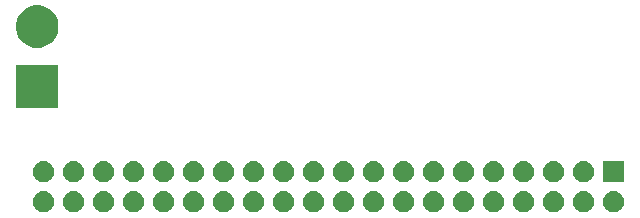
<source format=gbr>
G04 #@! TF.GenerationSoftware,KiCad,Pcbnew,(5.0.1-3-g963ef8bb5)*
G04 #@! TF.CreationDate,2018-11-19T18:06:17+01:00*
G04 #@! TF.ProjectId,wmbus_pihat,776D6275735F70696861742E6B696361,0.1*
G04 #@! TF.SameCoordinates,Original*
G04 #@! TF.FileFunction,Soldermask,Bot*
G04 #@! TF.FilePolarity,Negative*
%FSLAX46Y46*%
G04 Gerber Fmt 4.6, Leading zero omitted, Abs format (unit mm)*
G04 Created by KiCad (PCBNEW (5.0.1-3-g963ef8bb5)) date Monday 19 November 2018 at 18:06:17*
%MOMM*%
%LPD*%
G01*
G04 APERTURE LIST*
%ADD10C,0.100000*%
G04 APERTURE END LIST*
D10*
G36*
X71310443Y-52445519D02*
X71376627Y-52452037D01*
X71489853Y-52486384D01*
X71546467Y-52503557D01*
X71685087Y-52577652D01*
X71702991Y-52587222D01*
X71738729Y-52616552D01*
X71840186Y-52699814D01*
X71923448Y-52801271D01*
X71952778Y-52837009D01*
X71952779Y-52837011D01*
X72036443Y-52993533D01*
X72036443Y-52993534D01*
X72087963Y-53163373D01*
X72105359Y-53340000D01*
X72087963Y-53516627D01*
X72053616Y-53629853D01*
X72036443Y-53686467D01*
X71962348Y-53825087D01*
X71952778Y-53842991D01*
X71923448Y-53878729D01*
X71840186Y-53980186D01*
X71738729Y-54063448D01*
X71702991Y-54092778D01*
X71702989Y-54092779D01*
X71546467Y-54176443D01*
X71489853Y-54193616D01*
X71376627Y-54227963D01*
X71310442Y-54234482D01*
X71244260Y-54241000D01*
X71155740Y-54241000D01*
X71089558Y-54234482D01*
X71023373Y-54227963D01*
X70910147Y-54193616D01*
X70853533Y-54176443D01*
X70697011Y-54092779D01*
X70697009Y-54092778D01*
X70661271Y-54063448D01*
X70559814Y-53980186D01*
X70476552Y-53878729D01*
X70447222Y-53842991D01*
X70437652Y-53825087D01*
X70363557Y-53686467D01*
X70346384Y-53629853D01*
X70312037Y-53516627D01*
X70294641Y-53340000D01*
X70312037Y-53163373D01*
X70363557Y-52993534D01*
X70363557Y-52993533D01*
X70447221Y-52837011D01*
X70447222Y-52837009D01*
X70476552Y-52801271D01*
X70559814Y-52699814D01*
X70661271Y-52616552D01*
X70697009Y-52587222D01*
X70714913Y-52577652D01*
X70853533Y-52503557D01*
X70910147Y-52486384D01*
X71023373Y-52452037D01*
X71089558Y-52445518D01*
X71155740Y-52439000D01*
X71244260Y-52439000D01*
X71310443Y-52445519D01*
X71310443Y-52445519D01*
G37*
G36*
X68770443Y-52445519D02*
X68836627Y-52452037D01*
X68949853Y-52486384D01*
X69006467Y-52503557D01*
X69145087Y-52577652D01*
X69162991Y-52587222D01*
X69198729Y-52616552D01*
X69300186Y-52699814D01*
X69383448Y-52801271D01*
X69412778Y-52837009D01*
X69412779Y-52837011D01*
X69496443Y-52993533D01*
X69496443Y-52993534D01*
X69547963Y-53163373D01*
X69565359Y-53340000D01*
X69547963Y-53516627D01*
X69513616Y-53629853D01*
X69496443Y-53686467D01*
X69422348Y-53825087D01*
X69412778Y-53842991D01*
X69383448Y-53878729D01*
X69300186Y-53980186D01*
X69198729Y-54063448D01*
X69162991Y-54092778D01*
X69162989Y-54092779D01*
X69006467Y-54176443D01*
X68949853Y-54193616D01*
X68836627Y-54227963D01*
X68770442Y-54234482D01*
X68704260Y-54241000D01*
X68615740Y-54241000D01*
X68549558Y-54234482D01*
X68483373Y-54227963D01*
X68370147Y-54193616D01*
X68313533Y-54176443D01*
X68157011Y-54092779D01*
X68157009Y-54092778D01*
X68121271Y-54063448D01*
X68019814Y-53980186D01*
X67936552Y-53878729D01*
X67907222Y-53842991D01*
X67897652Y-53825087D01*
X67823557Y-53686467D01*
X67806384Y-53629853D01*
X67772037Y-53516627D01*
X67754641Y-53340000D01*
X67772037Y-53163373D01*
X67823557Y-52993534D01*
X67823557Y-52993533D01*
X67907221Y-52837011D01*
X67907222Y-52837009D01*
X67936552Y-52801271D01*
X68019814Y-52699814D01*
X68121271Y-52616552D01*
X68157009Y-52587222D01*
X68174913Y-52577652D01*
X68313533Y-52503557D01*
X68370147Y-52486384D01*
X68483373Y-52452037D01*
X68549558Y-52445518D01*
X68615740Y-52439000D01*
X68704260Y-52439000D01*
X68770443Y-52445519D01*
X68770443Y-52445519D01*
G37*
G36*
X66230443Y-52445519D02*
X66296627Y-52452037D01*
X66409853Y-52486384D01*
X66466467Y-52503557D01*
X66605087Y-52577652D01*
X66622991Y-52587222D01*
X66658729Y-52616552D01*
X66760186Y-52699814D01*
X66843448Y-52801271D01*
X66872778Y-52837009D01*
X66872779Y-52837011D01*
X66956443Y-52993533D01*
X66956443Y-52993534D01*
X67007963Y-53163373D01*
X67025359Y-53340000D01*
X67007963Y-53516627D01*
X66973616Y-53629853D01*
X66956443Y-53686467D01*
X66882348Y-53825087D01*
X66872778Y-53842991D01*
X66843448Y-53878729D01*
X66760186Y-53980186D01*
X66658729Y-54063448D01*
X66622991Y-54092778D01*
X66622989Y-54092779D01*
X66466467Y-54176443D01*
X66409853Y-54193616D01*
X66296627Y-54227963D01*
X66230442Y-54234482D01*
X66164260Y-54241000D01*
X66075740Y-54241000D01*
X66009558Y-54234482D01*
X65943373Y-54227963D01*
X65830147Y-54193616D01*
X65773533Y-54176443D01*
X65617011Y-54092779D01*
X65617009Y-54092778D01*
X65581271Y-54063448D01*
X65479814Y-53980186D01*
X65396552Y-53878729D01*
X65367222Y-53842991D01*
X65357652Y-53825087D01*
X65283557Y-53686467D01*
X65266384Y-53629853D01*
X65232037Y-53516627D01*
X65214641Y-53340000D01*
X65232037Y-53163373D01*
X65283557Y-52993534D01*
X65283557Y-52993533D01*
X65367221Y-52837011D01*
X65367222Y-52837009D01*
X65396552Y-52801271D01*
X65479814Y-52699814D01*
X65581271Y-52616552D01*
X65617009Y-52587222D01*
X65634913Y-52577652D01*
X65773533Y-52503557D01*
X65830147Y-52486384D01*
X65943373Y-52452037D01*
X66009558Y-52445518D01*
X66075740Y-52439000D01*
X66164260Y-52439000D01*
X66230443Y-52445519D01*
X66230443Y-52445519D01*
G37*
G36*
X63690443Y-52445519D02*
X63756627Y-52452037D01*
X63869853Y-52486384D01*
X63926467Y-52503557D01*
X64065087Y-52577652D01*
X64082991Y-52587222D01*
X64118729Y-52616552D01*
X64220186Y-52699814D01*
X64303448Y-52801271D01*
X64332778Y-52837009D01*
X64332779Y-52837011D01*
X64416443Y-52993533D01*
X64416443Y-52993534D01*
X64467963Y-53163373D01*
X64485359Y-53340000D01*
X64467963Y-53516627D01*
X64433616Y-53629853D01*
X64416443Y-53686467D01*
X64342348Y-53825087D01*
X64332778Y-53842991D01*
X64303448Y-53878729D01*
X64220186Y-53980186D01*
X64118729Y-54063448D01*
X64082991Y-54092778D01*
X64082989Y-54092779D01*
X63926467Y-54176443D01*
X63869853Y-54193616D01*
X63756627Y-54227963D01*
X63690442Y-54234482D01*
X63624260Y-54241000D01*
X63535740Y-54241000D01*
X63469558Y-54234482D01*
X63403373Y-54227963D01*
X63290147Y-54193616D01*
X63233533Y-54176443D01*
X63077011Y-54092779D01*
X63077009Y-54092778D01*
X63041271Y-54063448D01*
X62939814Y-53980186D01*
X62856552Y-53878729D01*
X62827222Y-53842991D01*
X62817652Y-53825087D01*
X62743557Y-53686467D01*
X62726384Y-53629853D01*
X62692037Y-53516627D01*
X62674641Y-53340000D01*
X62692037Y-53163373D01*
X62743557Y-52993534D01*
X62743557Y-52993533D01*
X62827221Y-52837011D01*
X62827222Y-52837009D01*
X62856552Y-52801271D01*
X62939814Y-52699814D01*
X63041271Y-52616552D01*
X63077009Y-52587222D01*
X63094913Y-52577652D01*
X63233533Y-52503557D01*
X63290147Y-52486384D01*
X63403373Y-52452037D01*
X63469558Y-52445518D01*
X63535740Y-52439000D01*
X63624260Y-52439000D01*
X63690443Y-52445519D01*
X63690443Y-52445519D01*
G37*
G36*
X61150443Y-52445519D02*
X61216627Y-52452037D01*
X61329853Y-52486384D01*
X61386467Y-52503557D01*
X61525087Y-52577652D01*
X61542991Y-52587222D01*
X61578729Y-52616552D01*
X61680186Y-52699814D01*
X61763448Y-52801271D01*
X61792778Y-52837009D01*
X61792779Y-52837011D01*
X61876443Y-52993533D01*
X61876443Y-52993534D01*
X61927963Y-53163373D01*
X61945359Y-53340000D01*
X61927963Y-53516627D01*
X61893616Y-53629853D01*
X61876443Y-53686467D01*
X61802348Y-53825087D01*
X61792778Y-53842991D01*
X61763448Y-53878729D01*
X61680186Y-53980186D01*
X61578729Y-54063448D01*
X61542991Y-54092778D01*
X61542989Y-54092779D01*
X61386467Y-54176443D01*
X61329853Y-54193616D01*
X61216627Y-54227963D01*
X61150442Y-54234482D01*
X61084260Y-54241000D01*
X60995740Y-54241000D01*
X60929558Y-54234482D01*
X60863373Y-54227963D01*
X60750147Y-54193616D01*
X60693533Y-54176443D01*
X60537011Y-54092779D01*
X60537009Y-54092778D01*
X60501271Y-54063448D01*
X60399814Y-53980186D01*
X60316552Y-53878729D01*
X60287222Y-53842991D01*
X60277652Y-53825087D01*
X60203557Y-53686467D01*
X60186384Y-53629853D01*
X60152037Y-53516627D01*
X60134641Y-53340000D01*
X60152037Y-53163373D01*
X60203557Y-52993534D01*
X60203557Y-52993533D01*
X60287221Y-52837011D01*
X60287222Y-52837009D01*
X60316552Y-52801271D01*
X60399814Y-52699814D01*
X60501271Y-52616552D01*
X60537009Y-52587222D01*
X60554913Y-52577652D01*
X60693533Y-52503557D01*
X60750147Y-52486384D01*
X60863373Y-52452037D01*
X60929558Y-52445518D01*
X60995740Y-52439000D01*
X61084260Y-52439000D01*
X61150443Y-52445519D01*
X61150443Y-52445519D01*
G37*
G36*
X58610443Y-52445519D02*
X58676627Y-52452037D01*
X58789853Y-52486384D01*
X58846467Y-52503557D01*
X58985087Y-52577652D01*
X59002991Y-52587222D01*
X59038729Y-52616552D01*
X59140186Y-52699814D01*
X59223448Y-52801271D01*
X59252778Y-52837009D01*
X59252779Y-52837011D01*
X59336443Y-52993533D01*
X59336443Y-52993534D01*
X59387963Y-53163373D01*
X59405359Y-53340000D01*
X59387963Y-53516627D01*
X59353616Y-53629853D01*
X59336443Y-53686467D01*
X59262348Y-53825087D01*
X59252778Y-53842991D01*
X59223448Y-53878729D01*
X59140186Y-53980186D01*
X59038729Y-54063448D01*
X59002991Y-54092778D01*
X59002989Y-54092779D01*
X58846467Y-54176443D01*
X58789853Y-54193616D01*
X58676627Y-54227963D01*
X58610442Y-54234482D01*
X58544260Y-54241000D01*
X58455740Y-54241000D01*
X58389558Y-54234482D01*
X58323373Y-54227963D01*
X58210147Y-54193616D01*
X58153533Y-54176443D01*
X57997011Y-54092779D01*
X57997009Y-54092778D01*
X57961271Y-54063448D01*
X57859814Y-53980186D01*
X57776552Y-53878729D01*
X57747222Y-53842991D01*
X57737652Y-53825087D01*
X57663557Y-53686467D01*
X57646384Y-53629853D01*
X57612037Y-53516627D01*
X57594641Y-53340000D01*
X57612037Y-53163373D01*
X57663557Y-52993534D01*
X57663557Y-52993533D01*
X57747221Y-52837011D01*
X57747222Y-52837009D01*
X57776552Y-52801271D01*
X57859814Y-52699814D01*
X57961271Y-52616552D01*
X57997009Y-52587222D01*
X58014913Y-52577652D01*
X58153533Y-52503557D01*
X58210147Y-52486384D01*
X58323373Y-52452037D01*
X58389558Y-52445518D01*
X58455740Y-52439000D01*
X58544260Y-52439000D01*
X58610443Y-52445519D01*
X58610443Y-52445519D01*
G37*
G36*
X56070443Y-52445519D02*
X56136627Y-52452037D01*
X56249853Y-52486384D01*
X56306467Y-52503557D01*
X56445087Y-52577652D01*
X56462991Y-52587222D01*
X56498729Y-52616552D01*
X56600186Y-52699814D01*
X56683448Y-52801271D01*
X56712778Y-52837009D01*
X56712779Y-52837011D01*
X56796443Y-52993533D01*
X56796443Y-52993534D01*
X56847963Y-53163373D01*
X56865359Y-53340000D01*
X56847963Y-53516627D01*
X56813616Y-53629853D01*
X56796443Y-53686467D01*
X56722348Y-53825087D01*
X56712778Y-53842991D01*
X56683448Y-53878729D01*
X56600186Y-53980186D01*
X56498729Y-54063448D01*
X56462991Y-54092778D01*
X56462989Y-54092779D01*
X56306467Y-54176443D01*
X56249853Y-54193616D01*
X56136627Y-54227963D01*
X56070442Y-54234482D01*
X56004260Y-54241000D01*
X55915740Y-54241000D01*
X55849558Y-54234482D01*
X55783373Y-54227963D01*
X55670147Y-54193616D01*
X55613533Y-54176443D01*
X55457011Y-54092779D01*
X55457009Y-54092778D01*
X55421271Y-54063448D01*
X55319814Y-53980186D01*
X55236552Y-53878729D01*
X55207222Y-53842991D01*
X55197652Y-53825087D01*
X55123557Y-53686467D01*
X55106384Y-53629853D01*
X55072037Y-53516627D01*
X55054641Y-53340000D01*
X55072037Y-53163373D01*
X55123557Y-52993534D01*
X55123557Y-52993533D01*
X55207221Y-52837011D01*
X55207222Y-52837009D01*
X55236552Y-52801271D01*
X55319814Y-52699814D01*
X55421271Y-52616552D01*
X55457009Y-52587222D01*
X55474913Y-52577652D01*
X55613533Y-52503557D01*
X55670147Y-52486384D01*
X55783373Y-52452037D01*
X55849558Y-52445518D01*
X55915740Y-52439000D01*
X56004260Y-52439000D01*
X56070443Y-52445519D01*
X56070443Y-52445519D01*
G37*
G36*
X53530443Y-52445519D02*
X53596627Y-52452037D01*
X53709853Y-52486384D01*
X53766467Y-52503557D01*
X53905087Y-52577652D01*
X53922991Y-52587222D01*
X53958729Y-52616552D01*
X54060186Y-52699814D01*
X54143448Y-52801271D01*
X54172778Y-52837009D01*
X54172779Y-52837011D01*
X54256443Y-52993533D01*
X54256443Y-52993534D01*
X54307963Y-53163373D01*
X54325359Y-53340000D01*
X54307963Y-53516627D01*
X54273616Y-53629853D01*
X54256443Y-53686467D01*
X54182348Y-53825087D01*
X54172778Y-53842991D01*
X54143448Y-53878729D01*
X54060186Y-53980186D01*
X53958729Y-54063448D01*
X53922991Y-54092778D01*
X53922989Y-54092779D01*
X53766467Y-54176443D01*
X53709853Y-54193616D01*
X53596627Y-54227963D01*
X53530442Y-54234482D01*
X53464260Y-54241000D01*
X53375740Y-54241000D01*
X53309558Y-54234482D01*
X53243373Y-54227963D01*
X53130147Y-54193616D01*
X53073533Y-54176443D01*
X52917011Y-54092779D01*
X52917009Y-54092778D01*
X52881271Y-54063448D01*
X52779814Y-53980186D01*
X52696552Y-53878729D01*
X52667222Y-53842991D01*
X52657652Y-53825087D01*
X52583557Y-53686467D01*
X52566384Y-53629853D01*
X52532037Y-53516627D01*
X52514641Y-53340000D01*
X52532037Y-53163373D01*
X52583557Y-52993534D01*
X52583557Y-52993533D01*
X52667221Y-52837011D01*
X52667222Y-52837009D01*
X52696552Y-52801271D01*
X52779814Y-52699814D01*
X52881271Y-52616552D01*
X52917009Y-52587222D01*
X52934913Y-52577652D01*
X53073533Y-52503557D01*
X53130147Y-52486384D01*
X53243373Y-52452037D01*
X53309558Y-52445518D01*
X53375740Y-52439000D01*
X53464260Y-52439000D01*
X53530443Y-52445519D01*
X53530443Y-52445519D01*
G37*
G36*
X50990443Y-52445519D02*
X51056627Y-52452037D01*
X51169853Y-52486384D01*
X51226467Y-52503557D01*
X51365087Y-52577652D01*
X51382991Y-52587222D01*
X51418729Y-52616552D01*
X51520186Y-52699814D01*
X51603448Y-52801271D01*
X51632778Y-52837009D01*
X51632779Y-52837011D01*
X51716443Y-52993533D01*
X51716443Y-52993534D01*
X51767963Y-53163373D01*
X51785359Y-53340000D01*
X51767963Y-53516627D01*
X51733616Y-53629853D01*
X51716443Y-53686467D01*
X51642348Y-53825087D01*
X51632778Y-53842991D01*
X51603448Y-53878729D01*
X51520186Y-53980186D01*
X51418729Y-54063448D01*
X51382991Y-54092778D01*
X51382989Y-54092779D01*
X51226467Y-54176443D01*
X51169853Y-54193616D01*
X51056627Y-54227963D01*
X50990442Y-54234482D01*
X50924260Y-54241000D01*
X50835740Y-54241000D01*
X50769558Y-54234482D01*
X50703373Y-54227963D01*
X50590147Y-54193616D01*
X50533533Y-54176443D01*
X50377011Y-54092779D01*
X50377009Y-54092778D01*
X50341271Y-54063448D01*
X50239814Y-53980186D01*
X50156552Y-53878729D01*
X50127222Y-53842991D01*
X50117652Y-53825087D01*
X50043557Y-53686467D01*
X50026384Y-53629853D01*
X49992037Y-53516627D01*
X49974641Y-53340000D01*
X49992037Y-53163373D01*
X50043557Y-52993534D01*
X50043557Y-52993533D01*
X50127221Y-52837011D01*
X50127222Y-52837009D01*
X50156552Y-52801271D01*
X50239814Y-52699814D01*
X50341271Y-52616552D01*
X50377009Y-52587222D01*
X50394913Y-52577652D01*
X50533533Y-52503557D01*
X50590147Y-52486384D01*
X50703373Y-52452037D01*
X50769558Y-52445518D01*
X50835740Y-52439000D01*
X50924260Y-52439000D01*
X50990443Y-52445519D01*
X50990443Y-52445519D01*
G37*
G36*
X48450443Y-52445519D02*
X48516627Y-52452037D01*
X48629853Y-52486384D01*
X48686467Y-52503557D01*
X48825087Y-52577652D01*
X48842991Y-52587222D01*
X48878729Y-52616552D01*
X48980186Y-52699814D01*
X49063448Y-52801271D01*
X49092778Y-52837009D01*
X49092779Y-52837011D01*
X49176443Y-52993533D01*
X49176443Y-52993534D01*
X49227963Y-53163373D01*
X49245359Y-53340000D01*
X49227963Y-53516627D01*
X49193616Y-53629853D01*
X49176443Y-53686467D01*
X49102348Y-53825087D01*
X49092778Y-53842991D01*
X49063448Y-53878729D01*
X48980186Y-53980186D01*
X48878729Y-54063448D01*
X48842991Y-54092778D01*
X48842989Y-54092779D01*
X48686467Y-54176443D01*
X48629853Y-54193616D01*
X48516627Y-54227963D01*
X48450442Y-54234482D01*
X48384260Y-54241000D01*
X48295740Y-54241000D01*
X48229558Y-54234482D01*
X48163373Y-54227963D01*
X48050147Y-54193616D01*
X47993533Y-54176443D01*
X47837011Y-54092779D01*
X47837009Y-54092778D01*
X47801271Y-54063448D01*
X47699814Y-53980186D01*
X47616552Y-53878729D01*
X47587222Y-53842991D01*
X47577652Y-53825087D01*
X47503557Y-53686467D01*
X47486384Y-53629853D01*
X47452037Y-53516627D01*
X47434641Y-53340000D01*
X47452037Y-53163373D01*
X47503557Y-52993534D01*
X47503557Y-52993533D01*
X47587221Y-52837011D01*
X47587222Y-52837009D01*
X47616552Y-52801271D01*
X47699814Y-52699814D01*
X47801271Y-52616552D01*
X47837009Y-52587222D01*
X47854913Y-52577652D01*
X47993533Y-52503557D01*
X48050147Y-52486384D01*
X48163373Y-52452037D01*
X48229558Y-52445518D01*
X48295740Y-52439000D01*
X48384260Y-52439000D01*
X48450443Y-52445519D01*
X48450443Y-52445519D01*
G37*
G36*
X45910443Y-52445519D02*
X45976627Y-52452037D01*
X46089853Y-52486384D01*
X46146467Y-52503557D01*
X46285087Y-52577652D01*
X46302991Y-52587222D01*
X46338729Y-52616552D01*
X46440186Y-52699814D01*
X46523448Y-52801271D01*
X46552778Y-52837009D01*
X46552779Y-52837011D01*
X46636443Y-52993533D01*
X46636443Y-52993534D01*
X46687963Y-53163373D01*
X46705359Y-53340000D01*
X46687963Y-53516627D01*
X46653616Y-53629853D01*
X46636443Y-53686467D01*
X46562348Y-53825087D01*
X46552778Y-53842991D01*
X46523448Y-53878729D01*
X46440186Y-53980186D01*
X46338729Y-54063448D01*
X46302991Y-54092778D01*
X46302989Y-54092779D01*
X46146467Y-54176443D01*
X46089853Y-54193616D01*
X45976627Y-54227963D01*
X45910442Y-54234482D01*
X45844260Y-54241000D01*
X45755740Y-54241000D01*
X45689558Y-54234482D01*
X45623373Y-54227963D01*
X45510147Y-54193616D01*
X45453533Y-54176443D01*
X45297011Y-54092779D01*
X45297009Y-54092778D01*
X45261271Y-54063448D01*
X45159814Y-53980186D01*
X45076552Y-53878729D01*
X45047222Y-53842991D01*
X45037652Y-53825087D01*
X44963557Y-53686467D01*
X44946384Y-53629853D01*
X44912037Y-53516627D01*
X44894641Y-53340000D01*
X44912037Y-53163373D01*
X44963557Y-52993534D01*
X44963557Y-52993533D01*
X45047221Y-52837011D01*
X45047222Y-52837009D01*
X45076552Y-52801271D01*
X45159814Y-52699814D01*
X45261271Y-52616552D01*
X45297009Y-52587222D01*
X45314913Y-52577652D01*
X45453533Y-52503557D01*
X45510147Y-52486384D01*
X45623373Y-52452037D01*
X45689558Y-52445518D01*
X45755740Y-52439000D01*
X45844260Y-52439000D01*
X45910443Y-52445519D01*
X45910443Y-52445519D01*
G37*
G36*
X43370443Y-52445519D02*
X43436627Y-52452037D01*
X43549853Y-52486384D01*
X43606467Y-52503557D01*
X43745087Y-52577652D01*
X43762991Y-52587222D01*
X43798729Y-52616552D01*
X43900186Y-52699814D01*
X43983448Y-52801271D01*
X44012778Y-52837009D01*
X44012779Y-52837011D01*
X44096443Y-52993533D01*
X44096443Y-52993534D01*
X44147963Y-53163373D01*
X44165359Y-53340000D01*
X44147963Y-53516627D01*
X44113616Y-53629853D01*
X44096443Y-53686467D01*
X44022348Y-53825087D01*
X44012778Y-53842991D01*
X43983448Y-53878729D01*
X43900186Y-53980186D01*
X43798729Y-54063448D01*
X43762991Y-54092778D01*
X43762989Y-54092779D01*
X43606467Y-54176443D01*
X43549853Y-54193616D01*
X43436627Y-54227963D01*
X43370442Y-54234482D01*
X43304260Y-54241000D01*
X43215740Y-54241000D01*
X43149558Y-54234482D01*
X43083373Y-54227963D01*
X42970147Y-54193616D01*
X42913533Y-54176443D01*
X42757011Y-54092779D01*
X42757009Y-54092778D01*
X42721271Y-54063448D01*
X42619814Y-53980186D01*
X42536552Y-53878729D01*
X42507222Y-53842991D01*
X42497652Y-53825087D01*
X42423557Y-53686467D01*
X42406384Y-53629853D01*
X42372037Y-53516627D01*
X42354641Y-53340000D01*
X42372037Y-53163373D01*
X42423557Y-52993534D01*
X42423557Y-52993533D01*
X42507221Y-52837011D01*
X42507222Y-52837009D01*
X42536552Y-52801271D01*
X42619814Y-52699814D01*
X42721271Y-52616552D01*
X42757009Y-52587222D01*
X42774913Y-52577652D01*
X42913533Y-52503557D01*
X42970147Y-52486384D01*
X43083373Y-52452037D01*
X43149558Y-52445518D01*
X43215740Y-52439000D01*
X43304260Y-52439000D01*
X43370443Y-52445519D01*
X43370443Y-52445519D01*
G37*
G36*
X40830443Y-52445519D02*
X40896627Y-52452037D01*
X41009853Y-52486384D01*
X41066467Y-52503557D01*
X41205087Y-52577652D01*
X41222991Y-52587222D01*
X41258729Y-52616552D01*
X41360186Y-52699814D01*
X41443448Y-52801271D01*
X41472778Y-52837009D01*
X41472779Y-52837011D01*
X41556443Y-52993533D01*
X41556443Y-52993534D01*
X41607963Y-53163373D01*
X41625359Y-53340000D01*
X41607963Y-53516627D01*
X41573616Y-53629853D01*
X41556443Y-53686467D01*
X41482348Y-53825087D01*
X41472778Y-53842991D01*
X41443448Y-53878729D01*
X41360186Y-53980186D01*
X41258729Y-54063448D01*
X41222991Y-54092778D01*
X41222989Y-54092779D01*
X41066467Y-54176443D01*
X41009853Y-54193616D01*
X40896627Y-54227963D01*
X40830442Y-54234482D01*
X40764260Y-54241000D01*
X40675740Y-54241000D01*
X40609558Y-54234482D01*
X40543373Y-54227963D01*
X40430147Y-54193616D01*
X40373533Y-54176443D01*
X40217011Y-54092779D01*
X40217009Y-54092778D01*
X40181271Y-54063448D01*
X40079814Y-53980186D01*
X39996552Y-53878729D01*
X39967222Y-53842991D01*
X39957652Y-53825087D01*
X39883557Y-53686467D01*
X39866384Y-53629853D01*
X39832037Y-53516627D01*
X39814641Y-53340000D01*
X39832037Y-53163373D01*
X39883557Y-52993534D01*
X39883557Y-52993533D01*
X39967221Y-52837011D01*
X39967222Y-52837009D01*
X39996552Y-52801271D01*
X40079814Y-52699814D01*
X40181271Y-52616552D01*
X40217009Y-52587222D01*
X40234913Y-52577652D01*
X40373533Y-52503557D01*
X40430147Y-52486384D01*
X40543373Y-52452037D01*
X40609558Y-52445518D01*
X40675740Y-52439000D01*
X40764260Y-52439000D01*
X40830443Y-52445519D01*
X40830443Y-52445519D01*
G37*
G36*
X38290443Y-52445519D02*
X38356627Y-52452037D01*
X38469853Y-52486384D01*
X38526467Y-52503557D01*
X38665087Y-52577652D01*
X38682991Y-52587222D01*
X38718729Y-52616552D01*
X38820186Y-52699814D01*
X38903448Y-52801271D01*
X38932778Y-52837009D01*
X38932779Y-52837011D01*
X39016443Y-52993533D01*
X39016443Y-52993534D01*
X39067963Y-53163373D01*
X39085359Y-53340000D01*
X39067963Y-53516627D01*
X39033616Y-53629853D01*
X39016443Y-53686467D01*
X38942348Y-53825087D01*
X38932778Y-53842991D01*
X38903448Y-53878729D01*
X38820186Y-53980186D01*
X38718729Y-54063448D01*
X38682991Y-54092778D01*
X38682989Y-54092779D01*
X38526467Y-54176443D01*
X38469853Y-54193616D01*
X38356627Y-54227963D01*
X38290442Y-54234482D01*
X38224260Y-54241000D01*
X38135740Y-54241000D01*
X38069558Y-54234482D01*
X38003373Y-54227963D01*
X37890147Y-54193616D01*
X37833533Y-54176443D01*
X37677011Y-54092779D01*
X37677009Y-54092778D01*
X37641271Y-54063448D01*
X37539814Y-53980186D01*
X37456552Y-53878729D01*
X37427222Y-53842991D01*
X37417652Y-53825087D01*
X37343557Y-53686467D01*
X37326384Y-53629853D01*
X37292037Y-53516627D01*
X37274641Y-53340000D01*
X37292037Y-53163373D01*
X37343557Y-52993534D01*
X37343557Y-52993533D01*
X37427221Y-52837011D01*
X37427222Y-52837009D01*
X37456552Y-52801271D01*
X37539814Y-52699814D01*
X37641271Y-52616552D01*
X37677009Y-52587222D01*
X37694913Y-52577652D01*
X37833533Y-52503557D01*
X37890147Y-52486384D01*
X38003373Y-52452037D01*
X38069558Y-52445518D01*
X38135740Y-52439000D01*
X38224260Y-52439000D01*
X38290443Y-52445519D01*
X38290443Y-52445519D01*
G37*
G36*
X35750443Y-52445519D02*
X35816627Y-52452037D01*
X35929853Y-52486384D01*
X35986467Y-52503557D01*
X36125087Y-52577652D01*
X36142991Y-52587222D01*
X36178729Y-52616552D01*
X36280186Y-52699814D01*
X36363448Y-52801271D01*
X36392778Y-52837009D01*
X36392779Y-52837011D01*
X36476443Y-52993533D01*
X36476443Y-52993534D01*
X36527963Y-53163373D01*
X36545359Y-53340000D01*
X36527963Y-53516627D01*
X36493616Y-53629853D01*
X36476443Y-53686467D01*
X36402348Y-53825087D01*
X36392778Y-53842991D01*
X36363448Y-53878729D01*
X36280186Y-53980186D01*
X36178729Y-54063448D01*
X36142991Y-54092778D01*
X36142989Y-54092779D01*
X35986467Y-54176443D01*
X35929853Y-54193616D01*
X35816627Y-54227963D01*
X35750442Y-54234482D01*
X35684260Y-54241000D01*
X35595740Y-54241000D01*
X35529558Y-54234482D01*
X35463373Y-54227963D01*
X35350147Y-54193616D01*
X35293533Y-54176443D01*
X35137011Y-54092779D01*
X35137009Y-54092778D01*
X35101271Y-54063448D01*
X34999814Y-53980186D01*
X34916552Y-53878729D01*
X34887222Y-53842991D01*
X34877652Y-53825087D01*
X34803557Y-53686467D01*
X34786384Y-53629853D01*
X34752037Y-53516627D01*
X34734641Y-53340000D01*
X34752037Y-53163373D01*
X34803557Y-52993534D01*
X34803557Y-52993533D01*
X34887221Y-52837011D01*
X34887222Y-52837009D01*
X34916552Y-52801271D01*
X34999814Y-52699814D01*
X35101271Y-52616552D01*
X35137009Y-52587222D01*
X35154913Y-52577652D01*
X35293533Y-52503557D01*
X35350147Y-52486384D01*
X35463373Y-52452037D01*
X35529558Y-52445518D01*
X35595740Y-52439000D01*
X35684260Y-52439000D01*
X35750443Y-52445519D01*
X35750443Y-52445519D01*
G37*
G36*
X33210443Y-52445519D02*
X33276627Y-52452037D01*
X33389853Y-52486384D01*
X33446467Y-52503557D01*
X33585087Y-52577652D01*
X33602991Y-52587222D01*
X33638729Y-52616552D01*
X33740186Y-52699814D01*
X33823448Y-52801271D01*
X33852778Y-52837009D01*
X33852779Y-52837011D01*
X33936443Y-52993533D01*
X33936443Y-52993534D01*
X33987963Y-53163373D01*
X34005359Y-53340000D01*
X33987963Y-53516627D01*
X33953616Y-53629853D01*
X33936443Y-53686467D01*
X33862348Y-53825087D01*
X33852778Y-53842991D01*
X33823448Y-53878729D01*
X33740186Y-53980186D01*
X33638729Y-54063448D01*
X33602991Y-54092778D01*
X33602989Y-54092779D01*
X33446467Y-54176443D01*
X33389853Y-54193616D01*
X33276627Y-54227963D01*
X33210442Y-54234482D01*
X33144260Y-54241000D01*
X33055740Y-54241000D01*
X32989558Y-54234482D01*
X32923373Y-54227963D01*
X32810147Y-54193616D01*
X32753533Y-54176443D01*
X32597011Y-54092779D01*
X32597009Y-54092778D01*
X32561271Y-54063448D01*
X32459814Y-53980186D01*
X32376552Y-53878729D01*
X32347222Y-53842991D01*
X32337652Y-53825087D01*
X32263557Y-53686467D01*
X32246384Y-53629853D01*
X32212037Y-53516627D01*
X32194641Y-53340000D01*
X32212037Y-53163373D01*
X32263557Y-52993534D01*
X32263557Y-52993533D01*
X32347221Y-52837011D01*
X32347222Y-52837009D01*
X32376552Y-52801271D01*
X32459814Y-52699814D01*
X32561271Y-52616552D01*
X32597009Y-52587222D01*
X32614913Y-52577652D01*
X32753533Y-52503557D01*
X32810147Y-52486384D01*
X32923373Y-52452037D01*
X32989558Y-52445518D01*
X33055740Y-52439000D01*
X33144260Y-52439000D01*
X33210443Y-52445519D01*
X33210443Y-52445519D01*
G37*
G36*
X30670443Y-52445519D02*
X30736627Y-52452037D01*
X30849853Y-52486384D01*
X30906467Y-52503557D01*
X31045087Y-52577652D01*
X31062991Y-52587222D01*
X31098729Y-52616552D01*
X31200186Y-52699814D01*
X31283448Y-52801271D01*
X31312778Y-52837009D01*
X31312779Y-52837011D01*
X31396443Y-52993533D01*
X31396443Y-52993534D01*
X31447963Y-53163373D01*
X31465359Y-53340000D01*
X31447963Y-53516627D01*
X31413616Y-53629853D01*
X31396443Y-53686467D01*
X31322348Y-53825087D01*
X31312778Y-53842991D01*
X31283448Y-53878729D01*
X31200186Y-53980186D01*
X31098729Y-54063448D01*
X31062991Y-54092778D01*
X31062989Y-54092779D01*
X30906467Y-54176443D01*
X30849853Y-54193616D01*
X30736627Y-54227963D01*
X30670442Y-54234482D01*
X30604260Y-54241000D01*
X30515740Y-54241000D01*
X30449558Y-54234482D01*
X30383373Y-54227963D01*
X30270147Y-54193616D01*
X30213533Y-54176443D01*
X30057011Y-54092779D01*
X30057009Y-54092778D01*
X30021271Y-54063448D01*
X29919814Y-53980186D01*
X29836552Y-53878729D01*
X29807222Y-53842991D01*
X29797652Y-53825087D01*
X29723557Y-53686467D01*
X29706384Y-53629853D01*
X29672037Y-53516627D01*
X29654641Y-53340000D01*
X29672037Y-53163373D01*
X29723557Y-52993534D01*
X29723557Y-52993533D01*
X29807221Y-52837011D01*
X29807222Y-52837009D01*
X29836552Y-52801271D01*
X29919814Y-52699814D01*
X30021271Y-52616552D01*
X30057009Y-52587222D01*
X30074913Y-52577652D01*
X30213533Y-52503557D01*
X30270147Y-52486384D01*
X30383373Y-52452037D01*
X30449558Y-52445518D01*
X30515740Y-52439000D01*
X30604260Y-52439000D01*
X30670443Y-52445519D01*
X30670443Y-52445519D01*
G37*
G36*
X28130443Y-52445519D02*
X28196627Y-52452037D01*
X28309853Y-52486384D01*
X28366467Y-52503557D01*
X28505087Y-52577652D01*
X28522991Y-52587222D01*
X28558729Y-52616552D01*
X28660186Y-52699814D01*
X28743448Y-52801271D01*
X28772778Y-52837009D01*
X28772779Y-52837011D01*
X28856443Y-52993533D01*
X28856443Y-52993534D01*
X28907963Y-53163373D01*
X28925359Y-53340000D01*
X28907963Y-53516627D01*
X28873616Y-53629853D01*
X28856443Y-53686467D01*
X28782348Y-53825087D01*
X28772778Y-53842991D01*
X28743448Y-53878729D01*
X28660186Y-53980186D01*
X28558729Y-54063448D01*
X28522991Y-54092778D01*
X28522989Y-54092779D01*
X28366467Y-54176443D01*
X28309853Y-54193616D01*
X28196627Y-54227963D01*
X28130442Y-54234482D01*
X28064260Y-54241000D01*
X27975740Y-54241000D01*
X27909558Y-54234482D01*
X27843373Y-54227963D01*
X27730147Y-54193616D01*
X27673533Y-54176443D01*
X27517011Y-54092779D01*
X27517009Y-54092778D01*
X27481271Y-54063448D01*
X27379814Y-53980186D01*
X27296552Y-53878729D01*
X27267222Y-53842991D01*
X27257652Y-53825087D01*
X27183557Y-53686467D01*
X27166384Y-53629853D01*
X27132037Y-53516627D01*
X27114641Y-53340000D01*
X27132037Y-53163373D01*
X27183557Y-52993534D01*
X27183557Y-52993533D01*
X27267221Y-52837011D01*
X27267222Y-52837009D01*
X27296552Y-52801271D01*
X27379814Y-52699814D01*
X27481271Y-52616552D01*
X27517009Y-52587222D01*
X27534913Y-52577652D01*
X27673533Y-52503557D01*
X27730147Y-52486384D01*
X27843373Y-52452037D01*
X27909558Y-52445518D01*
X27975740Y-52439000D01*
X28064260Y-52439000D01*
X28130443Y-52445519D01*
X28130443Y-52445519D01*
G37*
G36*
X25590443Y-52445519D02*
X25656627Y-52452037D01*
X25769853Y-52486384D01*
X25826467Y-52503557D01*
X25965087Y-52577652D01*
X25982991Y-52587222D01*
X26018729Y-52616552D01*
X26120186Y-52699814D01*
X26203448Y-52801271D01*
X26232778Y-52837009D01*
X26232779Y-52837011D01*
X26316443Y-52993533D01*
X26316443Y-52993534D01*
X26367963Y-53163373D01*
X26385359Y-53340000D01*
X26367963Y-53516627D01*
X26333616Y-53629853D01*
X26316443Y-53686467D01*
X26242348Y-53825087D01*
X26232778Y-53842991D01*
X26203448Y-53878729D01*
X26120186Y-53980186D01*
X26018729Y-54063448D01*
X25982991Y-54092778D01*
X25982989Y-54092779D01*
X25826467Y-54176443D01*
X25769853Y-54193616D01*
X25656627Y-54227963D01*
X25590442Y-54234482D01*
X25524260Y-54241000D01*
X25435740Y-54241000D01*
X25369558Y-54234482D01*
X25303373Y-54227963D01*
X25190147Y-54193616D01*
X25133533Y-54176443D01*
X24977011Y-54092779D01*
X24977009Y-54092778D01*
X24941271Y-54063448D01*
X24839814Y-53980186D01*
X24756552Y-53878729D01*
X24727222Y-53842991D01*
X24717652Y-53825087D01*
X24643557Y-53686467D01*
X24626384Y-53629853D01*
X24592037Y-53516627D01*
X24574641Y-53340000D01*
X24592037Y-53163373D01*
X24643557Y-52993534D01*
X24643557Y-52993533D01*
X24727221Y-52837011D01*
X24727222Y-52837009D01*
X24756552Y-52801271D01*
X24839814Y-52699814D01*
X24941271Y-52616552D01*
X24977009Y-52587222D01*
X24994913Y-52577652D01*
X25133533Y-52503557D01*
X25190147Y-52486384D01*
X25303373Y-52452037D01*
X25369558Y-52445518D01*
X25435740Y-52439000D01*
X25524260Y-52439000D01*
X25590443Y-52445519D01*
X25590443Y-52445519D01*
G37*
G36*
X23050443Y-52445519D02*
X23116627Y-52452037D01*
X23229853Y-52486384D01*
X23286467Y-52503557D01*
X23425087Y-52577652D01*
X23442991Y-52587222D01*
X23478729Y-52616552D01*
X23580186Y-52699814D01*
X23663448Y-52801271D01*
X23692778Y-52837009D01*
X23692779Y-52837011D01*
X23776443Y-52993533D01*
X23776443Y-52993534D01*
X23827963Y-53163373D01*
X23845359Y-53340000D01*
X23827963Y-53516627D01*
X23793616Y-53629853D01*
X23776443Y-53686467D01*
X23702348Y-53825087D01*
X23692778Y-53842991D01*
X23663448Y-53878729D01*
X23580186Y-53980186D01*
X23478729Y-54063448D01*
X23442991Y-54092778D01*
X23442989Y-54092779D01*
X23286467Y-54176443D01*
X23229853Y-54193616D01*
X23116627Y-54227963D01*
X23050442Y-54234482D01*
X22984260Y-54241000D01*
X22895740Y-54241000D01*
X22829558Y-54234482D01*
X22763373Y-54227963D01*
X22650147Y-54193616D01*
X22593533Y-54176443D01*
X22437011Y-54092779D01*
X22437009Y-54092778D01*
X22401271Y-54063448D01*
X22299814Y-53980186D01*
X22216552Y-53878729D01*
X22187222Y-53842991D01*
X22177652Y-53825087D01*
X22103557Y-53686467D01*
X22086384Y-53629853D01*
X22052037Y-53516627D01*
X22034641Y-53340000D01*
X22052037Y-53163373D01*
X22103557Y-52993534D01*
X22103557Y-52993533D01*
X22187221Y-52837011D01*
X22187222Y-52837009D01*
X22216552Y-52801271D01*
X22299814Y-52699814D01*
X22401271Y-52616552D01*
X22437009Y-52587222D01*
X22454913Y-52577652D01*
X22593533Y-52503557D01*
X22650147Y-52486384D01*
X22763373Y-52452037D01*
X22829558Y-52445518D01*
X22895740Y-52439000D01*
X22984260Y-52439000D01*
X23050443Y-52445519D01*
X23050443Y-52445519D01*
G37*
G36*
X48450442Y-49905518D02*
X48516627Y-49912037D01*
X48629853Y-49946384D01*
X48686467Y-49963557D01*
X48825087Y-50037652D01*
X48842991Y-50047222D01*
X48878729Y-50076552D01*
X48980186Y-50159814D01*
X49063448Y-50261271D01*
X49092778Y-50297009D01*
X49092779Y-50297011D01*
X49176443Y-50453533D01*
X49176443Y-50453534D01*
X49227963Y-50623373D01*
X49245359Y-50800000D01*
X49227963Y-50976627D01*
X49193616Y-51089853D01*
X49176443Y-51146467D01*
X49102348Y-51285087D01*
X49092778Y-51302991D01*
X49063448Y-51338729D01*
X48980186Y-51440186D01*
X48878729Y-51523448D01*
X48842991Y-51552778D01*
X48842989Y-51552779D01*
X48686467Y-51636443D01*
X48629853Y-51653616D01*
X48516627Y-51687963D01*
X48450442Y-51694482D01*
X48384260Y-51701000D01*
X48295740Y-51701000D01*
X48229558Y-51694482D01*
X48163373Y-51687963D01*
X48050147Y-51653616D01*
X47993533Y-51636443D01*
X47837011Y-51552779D01*
X47837009Y-51552778D01*
X47801271Y-51523448D01*
X47699814Y-51440186D01*
X47616552Y-51338729D01*
X47587222Y-51302991D01*
X47577652Y-51285087D01*
X47503557Y-51146467D01*
X47486384Y-51089853D01*
X47452037Y-50976627D01*
X47434641Y-50800000D01*
X47452037Y-50623373D01*
X47503557Y-50453534D01*
X47503557Y-50453533D01*
X47587221Y-50297011D01*
X47587222Y-50297009D01*
X47616552Y-50261271D01*
X47699814Y-50159814D01*
X47801271Y-50076552D01*
X47837009Y-50047222D01*
X47854913Y-50037652D01*
X47993533Y-49963557D01*
X48050147Y-49946384D01*
X48163373Y-49912037D01*
X48229557Y-49905519D01*
X48295740Y-49899000D01*
X48384260Y-49899000D01*
X48450442Y-49905518D01*
X48450442Y-49905518D01*
G37*
G36*
X23050442Y-49905518D02*
X23116627Y-49912037D01*
X23229853Y-49946384D01*
X23286467Y-49963557D01*
X23425087Y-50037652D01*
X23442991Y-50047222D01*
X23478729Y-50076552D01*
X23580186Y-50159814D01*
X23663448Y-50261271D01*
X23692778Y-50297009D01*
X23692779Y-50297011D01*
X23776443Y-50453533D01*
X23776443Y-50453534D01*
X23827963Y-50623373D01*
X23845359Y-50800000D01*
X23827963Y-50976627D01*
X23793616Y-51089853D01*
X23776443Y-51146467D01*
X23702348Y-51285087D01*
X23692778Y-51302991D01*
X23663448Y-51338729D01*
X23580186Y-51440186D01*
X23478729Y-51523448D01*
X23442991Y-51552778D01*
X23442989Y-51552779D01*
X23286467Y-51636443D01*
X23229853Y-51653616D01*
X23116627Y-51687963D01*
X23050442Y-51694482D01*
X22984260Y-51701000D01*
X22895740Y-51701000D01*
X22829558Y-51694482D01*
X22763373Y-51687963D01*
X22650147Y-51653616D01*
X22593533Y-51636443D01*
X22437011Y-51552779D01*
X22437009Y-51552778D01*
X22401271Y-51523448D01*
X22299814Y-51440186D01*
X22216552Y-51338729D01*
X22187222Y-51302991D01*
X22177652Y-51285087D01*
X22103557Y-51146467D01*
X22086384Y-51089853D01*
X22052037Y-50976627D01*
X22034641Y-50800000D01*
X22052037Y-50623373D01*
X22103557Y-50453534D01*
X22103557Y-50453533D01*
X22187221Y-50297011D01*
X22187222Y-50297009D01*
X22216552Y-50261271D01*
X22299814Y-50159814D01*
X22401271Y-50076552D01*
X22437009Y-50047222D01*
X22454913Y-50037652D01*
X22593533Y-49963557D01*
X22650147Y-49946384D01*
X22763373Y-49912037D01*
X22829558Y-49905518D01*
X22895740Y-49899000D01*
X22984260Y-49899000D01*
X23050442Y-49905518D01*
X23050442Y-49905518D01*
G37*
G36*
X72101000Y-51701000D02*
X70299000Y-51701000D01*
X70299000Y-49899000D01*
X72101000Y-49899000D01*
X72101000Y-51701000D01*
X72101000Y-51701000D01*
G37*
G36*
X25590442Y-49905518D02*
X25656627Y-49912037D01*
X25769853Y-49946384D01*
X25826467Y-49963557D01*
X25965087Y-50037652D01*
X25982991Y-50047222D01*
X26018729Y-50076552D01*
X26120186Y-50159814D01*
X26203448Y-50261271D01*
X26232778Y-50297009D01*
X26232779Y-50297011D01*
X26316443Y-50453533D01*
X26316443Y-50453534D01*
X26367963Y-50623373D01*
X26385359Y-50800000D01*
X26367963Y-50976627D01*
X26333616Y-51089853D01*
X26316443Y-51146467D01*
X26242348Y-51285087D01*
X26232778Y-51302991D01*
X26203448Y-51338729D01*
X26120186Y-51440186D01*
X26018729Y-51523448D01*
X25982991Y-51552778D01*
X25982989Y-51552779D01*
X25826467Y-51636443D01*
X25769853Y-51653616D01*
X25656627Y-51687963D01*
X25590442Y-51694482D01*
X25524260Y-51701000D01*
X25435740Y-51701000D01*
X25369558Y-51694482D01*
X25303373Y-51687963D01*
X25190147Y-51653616D01*
X25133533Y-51636443D01*
X24977011Y-51552779D01*
X24977009Y-51552778D01*
X24941271Y-51523448D01*
X24839814Y-51440186D01*
X24756552Y-51338729D01*
X24727222Y-51302991D01*
X24717652Y-51285087D01*
X24643557Y-51146467D01*
X24626384Y-51089853D01*
X24592037Y-50976627D01*
X24574641Y-50800000D01*
X24592037Y-50623373D01*
X24643557Y-50453534D01*
X24643557Y-50453533D01*
X24727221Y-50297011D01*
X24727222Y-50297009D01*
X24756552Y-50261271D01*
X24839814Y-50159814D01*
X24941271Y-50076552D01*
X24977009Y-50047222D01*
X24994913Y-50037652D01*
X25133533Y-49963557D01*
X25190147Y-49946384D01*
X25303373Y-49912037D01*
X25369558Y-49905518D01*
X25435740Y-49899000D01*
X25524260Y-49899000D01*
X25590442Y-49905518D01*
X25590442Y-49905518D01*
G37*
G36*
X68770442Y-49905518D02*
X68836627Y-49912037D01*
X68949853Y-49946384D01*
X69006467Y-49963557D01*
X69145087Y-50037652D01*
X69162991Y-50047222D01*
X69198729Y-50076552D01*
X69300186Y-50159814D01*
X69383448Y-50261271D01*
X69412778Y-50297009D01*
X69412779Y-50297011D01*
X69496443Y-50453533D01*
X69496443Y-50453534D01*
X69547963Y-50623373D01*
X69565359Y-50800000D01*
X69547963Y-50976627D01*
X69513616Y-51089853D01*
X69496443Y-51146467D01*
X69422348Y-51285087D01*
X69412778Y-51302991D01*
X69383448Y-51338729D01*
X69300186Y-51440186D01*
X69198729Y-51523448D01*
X69162991Y-51552778D01*
X69162989Y-51552779D01*
X69006467Y-51636443D01*
X68949853Y-51653616D01*
X68836627Y-51687963D01*
X68770442Y-51694482D01*
X68704260Y-51701000D01*
X68615740Y-51701000D01*
X68549558Y-51694482D01*
X68483373Y-51687963D01*
X68370147Y-51653616D01*
X68313533Y-51636443D01*
X68157011Y-51552779D01*
X68157009Y-51552778D01*
X68121271Y-51523448D01*
X68019814Y-51440186D01*
X67936552Y-51338729D01*
X67907222Y-51302991D01*
X67897652Y-51285087D01*
X67823557Y-51146467D01*
X67806384Y-51089853D01*
X67772037Y-50976627D01*
X67754641Y-50800000D01*
X67772037Y-50623373D01*
X67823557Y-50453534D01*
X67823557Y-50453533D01*
X67907221Y-50297011D01*
X67907222Y-50297009D01*
X67936552Y-50261271D01*
X68019814Y-50159814D01*
X68121271Y-50076552D01*
X68157009Y-50047222D01*
X68174913Y-50037652D01*
X68313533Y-49963557D01*
X68370147Y-49946384D01*
X68483373Y-49912037D01*
X68549557Y-49905519D01*
X68615740Y-49899000D01*
X68704260Y-49899000D01*
X68770442Y-49905518D01*
X68770442Y-49905518D01*
G37*
G36*
X28130442Y-49905518D02*
X28196627Y-49912037D01*
X28309853Y-49946384D01*
X28366467Y-49963557D01*
X28505087Y-50037652D01*
X28522991Y-50047222D01*
X28558729Y-50076552D01*
X28660186Y-50159814D01*
X28743448Y-50261271D01*
X28772778Y-50297009D01*
X28772779Y-50297011D01*
X28856443Y-50453533D01*
X28856443Y-50453534D01*
X28907963Y-50623373D01*
X28925359Y-50800000D01*
X28907963Y-50976627D01*
X28873616Y-51089853D01*
X28856443Y-51146467D01*
X28782348Y-51285087D01*
X28772778Y-51302991D01*
X28743448Y-51338729D01*
X28660186Y-51440186D01*
X28558729Y-51523448D01*
X28522991Y-51552778D01*
X28522989Y-51552779D01*
X28366467Y-51636443D01*
X28309853Y-51653616D01*
X28196627Y-51687963D01*
X28130442Y-51694482D01*
X28064260Y-51701000D01*
X27975740Y-51701000D01*
X27909558Y-51694482D01*
X27843373Y-51687963D01*
X27730147Y-51653616D01*
X27673533Y-51636443D01*
X27517011Y-51552779D01*
X27517009Y-51552778D01*
X27481271Y-51523448D01*
X27379814Y-51440186D01*
X27296552Y-51338729D01*
X27267222Y-51302991D01*
X27257652Y-51285087D01*
X27183557Y-51146467D01*
X27166384Y-51089853D01*
X27132037Y-50976627D01*
X27114641Y-50800000D01*
X27132037Y-50623373D01*
X27183557Y-50453534D01*
X27183557Y-50453533D01*
X27267221Y-50297011D01*
X27267222Y-50297009D01*
X27296552Y-50261271D01*
X27379814Y-50159814D01*
X27481271Y-50076552D01*
X27517009Y-50047222D01*
X27534913Y-50037652D01*
X27673533Y-49963557D01*
X27730147Y-49946384D01*
X27843373Y-49912037D01*
X27909558Y-49905518D01*
X27975740Y-49899000D01*
X28064260Y-49899000D01*
X28130442Y-49905518D01*
X28130442Y-49905518D01*
G37*
G36*
X66230442Y-49905518D02*
X66296627Y-49912037D01*
X66409853Y-49946384D01*
X66466467Y-49963557D01*
X66605087Y-50037652D01*
X66622991Y-50047222D01*
X66658729Y-50076552D01*
X66760186Y-50159814D01*
X66843448Y-50261271D01*
X66872778Y-50297009D01*
X66872779Y-50297011D01*
X66956443Y-50453533D01*
X66956443Y-50453534D01*
X67007963Y-50623373D01*
X67025359Y-50800000D01*
X67007963Y-50976627D01*
X66973616Y-51089853D01*
X66956443Y-51146467D01*
X66882348Y-51285087D01*
X66872778Y-51302991D01*
X66843448Y-51338729D01*
X66760186Y-51440186D01*
X66658729Y-51523448D01*
X66622991Y-51552778D01*
X66622989Y-51552779D01*
X66466467Y-51636443D01*
X66409853Y-51653616D01*
X66296627Y-51687963D01*
X66230442Y-51694482D01*
X66164260Y-51701000D01*
X66075740Y-51701000D01*
X66009558Y-51694482D01*
X65943373Y-51687963D01*
X65830147Y-51653616D01*
X65773533Y-51636443D01*
X65617011Y-51552779D01*
X65617009Y-51552778D01*
X65581271Y-51523448D01*
X65479814Y-51440186D01*
X65396552Y-51338729D01*
X65367222Y-51302991D01*
X65357652Y-51285087D01*
X65283557Y-51146467D01*
X65266384Y-51089853D01*
X65232037Y-50976627D01*
X65214641Y-50800000D01*
X65232037Y-50623373D01*
X65283557Y-50453534D01*
X65283557Y-50453533D01*
X65367221Y-50297011D01*
X65367222Y-50297009D01*
X65396552Y-50261271D01*
X65479814Y-50159814D01*
X65581271Y-50076552D01*
X65617009Y-50047222D01*
X65634913Y-50037652D01*
X65773533Y-49963557D01*
X65830147Y-49946384D01*
X65943373Y-49912037D01*
X66009557Y-49905519D01*
X66075740Y-49899000D01*
X66164260Y-49899000D01*
X66230442Y-49905518D01*
X66230442Y-49905518D01*
G37*
G36*
X30670442Y-49905518D02*
X30736627Y-49912037D01*
X30849853Y-49946384D01*
X30906467Y-49963557D01*
X31045087Y-50037652D01*
X31062991Y-50047222D01*
X31098729Y-50076552D01*
X31200186Y-50159814D01*
X31283448Y-50261271D01*
X31312778Y-50297009D01*
X31312779Y-50297011D01*
X31396443Y-50453533D01*
X31396443Y-50453534D01*
X31447963Y-50623373D01*
X31465359Y-50800000D01*
X31447963Y-50976627D01*
X31413616Y-51089853D01*
X31396443Y-51146467D01*
X31322348Y-51285087D01*
X31312778Y-51302991D01*
X31283448Y-51338729D01*
X31200186Y-51440186D01*
X31098729Y-51523448D01*
X31062991Y-51552778D01*
X31062989Y-51552779D01*
X30906467Y-51636443D01*
X30849853Y-51653616D01*
X30736627Y-51687963D01*
X30670442Y-51694482D01*
X30604260Y-51701000D01*
X30515740Y-51701000D01*
X30449558Y-51694482D01*
X30383373Y-51687963D01*
X30270147Y-51653616D01*
X30213533Y-51636443D01*
X30057011Y-51552779D01*
X30057009Y-51552778D01*
X30021271Y-51523448D01*
X29919814Y-51440186D01*
X29836552Y-51338729D01*
X29807222Y-51302991D01*
X29797652Y-51285087D01*
X29723557Y-51146467D01*
X29706384Y-51089853D01*
X29672037Y-50976627D01*
X29654641Y-50800000D01*
X29672037Y-50623373D01*
X29723557Y-50453534D01*
X29723557Y-50453533D01*
X29807221Y-50297011D01*
X29807222Y-50297009D01*
X29836552Y-50261271D01*
X29919814Y-50159814D01*
X30021271Y-50076552D01*
X30057009Y-50047222D01*
X30074913Y-50037652D01*
X30213533Y-49963557D01*
X30270147Y-49946384D01*
X30383373Y-49912037D01*
X30449557Y-49905519D01*
X30515740Y-49899000D01*
X30604260Y-49899000D01*
X30670442Y-49905518D01*
X30670442Y-49905518D01*
G37*
G36*
X63690442Y-49905518D02*
X63756627Y-49912037D01*
X63869853Y-49946384D01*
X63926467Y-49963557D01*
X64065087Y-50037652D01*
X64082991Y-50047222D01*
X64118729Y-50076552D01*
X64220186Y-50159814D01*
X64303448Y-50261271D01*
X64332778Y-50297009D01*
X64332779Y-50297011D01*
X64416443Y-50453533D01*
X64416443Y-50453534D01*
X64467963Y-50623373D01*
X64485359Y-50800000D01*
X64467963Y-50976627D01*
X64433616Y-51089853D01*
X64416443Y-51146467D01*
X64342348Y-51285087D01*
X64332778Y-51302991D01*
X64303448Y-51338729D01*
X64220186Y-51440186D01*
X64118729Y-51523448D01*
X64082991Y-51552778D01*
X64082989Y-51552779D01*
X63926467Y-51636443D01*
X63869853Y-51653616D01*
X63756627Y-51687963D01*
X63690442Y-51694482D01*
X63624260Y-51701000D01*
X63535740Y-51701000D01*
X63469558Y-51694482D01*
X63403373Y-51687963D01*
X63290147Y-51653616D01*
X63233533Y-51636443D01*
X63077011Y-51552779D01*
X63077009Y-51552778D01*
X63041271Y-51523448D01*
X62939814Y-51440186D01*
X62856552Y-51338729D01*
X62827222Y-51302991D01*
X62817652Y-51285087D01*
X62743557Y-51146467D01*
X62726384Y-51089853D01*
X62692037Y-50976627D01*
X62674641Y-50800000D01*
X62692037Y-50623373D01*
X62743557Y-50453534D01*
X62743557Y-50453533D01*
X62827221Y-50297011D01*
X62827222Y-50297009D01*
X62856552Y-50261271D01*
X62939814Y-50159814D01*
X63041271Y-50076552D01*
X63077009Y-50047222D01*
X63094913Y-50037652D01*
X63233533Y-49963557D01*
X63290147Y-49946384D01*
X63403373Y-49912037D01*
X63469557Y-49905519D01*
X63535740Y-49899000D01*
X63624260Y-49899000D01*
X63690442Y-49905518D01*
X63690442Y-49905518D01*
G37*
G36*
X33210442Y-49905518D02*
X33276627Y-49912037D01*
X33389853Y-49946384D01*
X33446467Y-49963557D01*
X33585087Y-50037652D01*
X33602991Y-50047222D01*
X33638729Y-50076552D01*
X33740186Y-50159814D01*
X33823448Y-50261271D01*
X33852778Y-50297009D01*
X33852779Y-50297011D01*
X33936443Y-50453533D01*
X33936443Y-50453534D01*
X33987963Y-50623373D01*
X34005359Y-50800000D01*
X33987963Y-50976627D01*
X33953616Y-51089853D01*
X33936443Y-51146467D01*
X33862348Y-51285087D01*
X33852778Y-51302991D01*
X33823448Y-51338729D01*
X33740186Y-51440186D01*
X33638729Y-51523448D01*
X33602991Y-51552778D01*
X33602989Y-51552779D01*
X33446467Y-51636443D01*
X33389853Y-51653616D01*
X33276627Y-51687963D01*
X33210442Y-51694482D01*
X33144260Y-51701000D01*
X33055740Y-51701000D01*
X32989558Y-51694482D01*
X32923373Y-51687963D01*
X32810147Y-51653616D01*
X32753533Y-51636443D01*
X32597011Y-51552779D01*
X32597009Y-51552778D01*
X32561271Y-51523448D01*
X32459814Y-51440186D01*
X32376552Y-51338729D01*
X32347222Y-51302991D01*
X32337652Y-51285087D01*
X32263557Y-51146467D01*
X32246384Y-51089853D01*
X32212037Y-50976627D01*
X32194641Y-50800000D01*
X32212037Y-50623373D01*
X32263557Y-50453534D01*
X32263557Y-50453533D01*
X32347221Y-50297011D01*
X32347222Y-50297009D01*
X32376552Y-50261271D01*
X32459814Y-50159814D01*
X32561271Y-50076552D01*
X32597009Y-50047222D01*
X32614913Y-50037652D01*
X32753533Y-49963557D01*
X32810147Y-49946384D01*
X32923373Y-49912037D01*
X32989557Y-49905519D01*
X33055740Y-49899000D01*
X33144260Y-49899000D01*
X33210442Y-49905518D01*
X33210442Y-49905518D01*
G37*
G36*
X61150442Y-49905518D02*
X61216627Y-49912037D01*
X61329853Y-49946384D01*
X61386467Y-49963557D01*
X61525087Y-50037652D01*
X61542991Y-50047222D01*
X61578729Y-50076552D01*
X61680186Y-50159814D01*
X61763448Y-50261271D01*
X61792778Y-50297009D01*
X61792779Y-50297011D01*
X61876443Y-50453533D01*
X61876443Y-50453534D01*
X61927963Y-50623373D01*
X61945359Y-50800000D01*
X61927963Y-50976627D01*
X61893616Y-51089853D01*
X61876443Y-51146467D01*
X61802348Y-51285087D01*
X61792778Y-51302991D01*
X61763448Y-51338729D01*
X61680186Y-51440186D01*
X61578729Y-51523448D01*
X61542991Y-51552778D01*
X61542989Y-51552779D01*
X61386467Y-51636443D01*
X61329853Y-51653616D01*
X61216627Y-51687963D01*
X61150442Y-51694482D01*
X61084260Y-51701000D01*
X60995740Y-51701000D01*
X60929558Y-51694482D01*
X60863373Y-51687963D01*
X60750147Y-51653616D01*
X60693533Y-51636443D01*
X60537011Y-51552779D01*
X60537009Y-51552778D01*
X60501271Y-51523448D01*
X60399814Y-51440186D01*
X60316552Y-51338729D01*
X60287222Y-51302991D01*
X60277652Y-51285087D01*
X60203557Y-51146467D01*
X60186384Y-51089853D01*
X60152037Y-50976627D01*
X60134641Y-50800000D01*
X60152037Y-50623373D01*
X60203557Y-50453534D01*
X60203557Y-50453533D01*
X60287221Y-50297011D01*
X60287222Y-50297009D01*
X60316552Y-50261271D01*
X60399814Y-50159814D01*
X60501271Y-50076552D01*
X60537009Y-50047222D01*
X60554913Y-50037652D01*
X60693533Y-49963557D01*
X60750147Y-49946384D01*
X60863373Y-49912037D01*
X60929557Y-49905519D01*
X60995740Y-49899000D01*
X61084260Y-49899000D01*
X61150442Y-49905518D01*
X61150442Y-49905518D01*
G37*
G36*
X35750442Y-49905518D02*
X35816627Y-49912037D01*
X35929853Y-49946384D01*
X35986467Y-49963557D01*
X36125087Y-50037652D01*
X36142991Y-50047222D01*
X36178729Y-50076552D01*
X36280186Y-50159814D01*
X36363448Y-50261271D01*
X36392778Y-50297009D01*
X36392779Y-50297011D01*
X36476443Y-50453533D01*
X36476443Y-50453534D01*
X36527963Y-50623373D01*
X36545359Y-50800000D01*
X36527963Y-50976627D01*
X36493616Y-51089853D01*
X36476443Y-51146467D01*
X36402348Y-51285087D01*
X36392778Y-51302991D01*
X36363448Y-51338729D01*
X36280186Y-51440186D01*
X36178729Y-51523448D01*
X36142991Y-51552778D01*
X36142989Y-51552779D01*
X35986467Y-51636443D01*
X35929853Y-51653616D01*
X35816627Y-51687963D01*
X35750442Y-51694482D01*
X35684260Y-51701000D01*
X35595740Y-51701000D01*
X35529558Y-51694482D01*
X35463373Y-51687963D01*
X35350147Y-51653616D01*
X35293533Y-51636443D01*
X35137011Y-51552779D01*
X35137009Y-51552778D01*
X35101271Y-51523448D01*
X34999814Y-51440186D01*
X34916552Y-51338729D01*
X34887222Y-51302991D01*
X34877652Y-51285087D01*
X34803557Y-51146467D01*
X34786384Y-51089853D01*
X34752037Y-50976627D01*
X34734641Y-50800000D01*
X34752037Y-50623373D01*
X34803557Y-50453534D01*
X34803557Y-50453533D01*
X34887221Y-50297011D01*
X34887222Y-50297009D01*
X34916552Y-50261271D01*
X34999814Y-50159814D01*
X35101271Y-50076552D01*
X35137009Y-50047222D01*
X35154913Y-50037652D01*
X35293533Y-49963557D01*
X35350147Y-49946384D01*
X35463373Y-49912037D01*
X35529557Y-49905519D01*
X35595740Y-49899000D01*
X35684260Y-49899000D01*
X35750442Y-49905518D01*
X35750442Y-49905518D01*
G37*
G36*
X58610442Y-49905518D02*
X58676627Y-49912037D01*
X58789853Y-49946384D01*
X58846467Y-49963557D01*
X58985087Y-50037652D01*
X59002991Y-50047222D01*
X59038729Y-50076552D01*
X59140186Y-50159814D01*
X59223448Y-50261271D01*
X59252778Y-50297009D01*
X59252779Y-50297011D01*
X59336443Y-50453533D01*
X59336443Y-50453534D01*
X59387963Y-50623373D01*
X59405359Y-50800000D01*
X59387963Y-50976627D01*
X59353616Y-51089853D01*
X59336443Y-51146467D01*
X59262348Y-51285087D01*
X59252778Y-51302991D01*
X59223448Y-51338729D01*
X59140186Y-51440186D01*
X59038729Y-51523448D01*
X59002991Y-51552778D01*
X59002989Y-51552779D01*
X58846467Y-51636443D01*
X58789853Y-51653616D01*
X58676627Y-51687963D01*
X58610442Y-51694482D01*
X58544260Y-51701000D01*
X58455740Y-51701000D01*
X58389558Y-51694482D01*
X58323373Y-51687963D01*
X58210147Y-51653616D01*
X58153533Y-51636443D01*
X57997011Y-51552779D01*
X57997009Y-51552778D01*
X57961271Y-51523448D01*
X57859814Y-51440186D01*
X57776552Y-51338729D01*
X57747222Y-51302991D01*
X57737652Y-51285087D01*
X57663557Y-51146467D01*
X57646384Y-51089853D01*
X57612037Y-50976627D01*
X57594641Y-50800000D01*
X57612037Y-50623373D01*
X57663557Y-50453534D01*
X57663557Y-50453533D01*
X57747221Y-50297011D01*
X57747222Y-50297009D01*
X57776552Y-50261271D01*
X57859814Y-50159814D01*
X57961271Y-50076552D01*
X57997009Y-50047222D01*
X58014913Y-50037652D01*
X58153533Y-49963557D01*
X58210147Y-49946384D01*
X58323373Y-49912037D01*
X58389557Y-49905519D01*
X58455740Y-49899000D01*
X58544260Y-49899000D01*
X58610442Y-49905518D01*
X58610442Y-49905518D01*
G37*
G36*
X38290442Y-49905518D02*
X38356627Y-49912037D01*
X38469853Y-49946384D01*
X38526467Y-49963557D01*
X38665087Y-50037652D01*
X38682991Y-50047222D01*
X38718729Y-50076552D01*
X38820186Y-50159814D01*
X38903448Y-50261271D01*
X38932778Y-50297009D01*
X38932779Y-50297011D01*
X39016443Y-50453533D01*
X39016443Y-50453534D01*
X39067963Y-50623373D01*
X39085359Y-50800000D01*
X39067963Y-50976627D01*
X39033616Y-51089853D01*
X39016443Y-51146467D01*
X38942348Y-51285087D01*
X38932778Y-51302991D01*
X38903448Y-51338729D01*
X38820186Y-51440186D01*
X38718729Y-51523448D01*
X38682991Y-51552778D01*
X38682989Y-51552779D01*
X38526467Y-51636443D01*
X38469853Y-51653616D01*
X38356627Y-51687963D01*
X38290442Y-51694482D01*
X38224260Y-51701000D01*
X38135740Y-51701000D01*
X38069558Y-51694482D01*
X38003373Y-51687963D01*
X37890147Y-51653616D01*
X37833533Y-51636443D01*
X37677011Y-51552779D01*
X37677009Y-51552778D01*
X37641271Y-51523448D01*
X37539814Y-51440186D01*
X37456552Y-51338729D01*
X37427222Y-51302991D01*
X37417652Y-51285087D01*
X37343557Y-51146467D01*
X37326384Y-51089853D01*
X37292037Y-50976627D01*
X37274641Y-50800000D01*
X37292037Y-50623373D01*
X37343557Y-50453534D01*
X37343557Y-50453533D01*
X37427221Y-50297011D01*
X37427222Y-50297009D01*
X37456552Y-50261271D01*
X37539814Y-50159814D01*
X37641271Y-50076552D01*
X37677009Y-50047222D01*
X37694913Y-50037652D01*
X37833533Y-49963557D01*
X37890147Y-49946384D01*
X38003373Y-49912037D01*
X38069557Y-49905519D01*
X38135740Y-49899000D01*
X38224260Y-49899000D01*
X38290442Y-49905518D01*
X38290442Y-49905518D01*
G37*
G36*
X56070442Y-49905518D02*
X56136627Y-49912037D01*
X56249853Y-49946384D01*
X56306467Y-49963557D01*
X56445087Y-50037652D01*
X56462991Y-50047222D01*
X56498729Y-50076552D01*
X56600186Y-50159814D01*
X56683448Y-50261271D01*
X56712778Y-50297009D01*
X56712779Y-50297011D01*
X56796443Y-50453533D01*
X56796443Y-50453534D01*
X56847963Y-50623373D01*
X56865359Y-50800000D01*
X56847963Y-50976627D01*
X56813616Y-51089853D01*
X56796443Y-51146467D01*
X56722348Y-51285087D01*
X56712778Y-51302991D01*
X56683448Y-51338729D01*
X56600186Y-51440186D01*
X56498729Y-51523448D01*
X56462991Y-51552778D01*
X56462989Y-51552779D01*
X56306467Y-51636443D01*
X56249853Y-51653616D01*
X56136627Y-51687963D01*
X56070442Y-51694482D01*
X56004260Y-51701000D01*
X55915740Y-51701000D01*
X55849558Y-51694482D01*
X55783373Y-51687963D01*
X55670147Y-51653616D01*
X55613533Y-51636443D01*
X55457011Y-51552779D01*
X55457009Y-51552778D01*
X55421271Y-51523448D01*
X55319814Y-51440186D01*
X55236552Y-51338729D01*
X55207222Y-51302991D01*
X55197652Y-51285087D01*
X55123557Y-51146467D01*
X55106384Y-51089853D01*
X55072037Y-50976627D01*
X55054641Y-50800000D01*
X55072037Y-50623373D01*
X55123557Y-50453534D01*
X55123557Y-50453533D01*
X55207221Y-50297011D01*
X55207222Y-50297009D01*
X55236552Y-50261271D01*
X55319814Y-50159814D01*
X55421271Y-50076552D01*
X55457009Y-50047222D01*
X55474913Y-50037652D01*
X55613533Y-49963557D01*
X55670147Y-49946384D01*
X55783373Y-49912037D01*
X55849557Y-49905519D01*
X55915740Y-49899000D01*
X56004260Y-49899000D01*
X56070442Y-49905518D01*
X56070442Y-49905518D01*
G37*
G36*
X40830442Y-49905518D02*
X40896627Y-49912037D01*
X41009853Y-49946384D01*
X41066467Y-49963557D01*
X41205087Y-50037652D01*
X41222991Y-50047222D01*
X41258729Y-50076552D01*
X41360186Y-50159814D01*
X41443448Y-50261271D01*
X41472778Y-50297009D01*
X41472779Y-50297011D01*
X41556443Y-50453533D01*
X41556443Y-50453534D01*
X41607963Y-50623373D01*
X41625359Y-50800000D01*
X41607963Y-50976627D01*
X41573616Y-51089853D01*
X41556443Y-51146467D01*
X41482348Y-51285087D01*
X41472778Y-51302991D01*
X41443448Y-51338729D01*
X41360186Y-51440186D01*
X41258729Y-51523448D01*
X41222991Y-51552778D01*
X41222989Y-51552779D01*
X41066467Y-51636443D01*
X41009853Y-51653616D01*
X40896627Y-51687963D01*
X40830442Y-51694482D01*
X40764260Y-51701000D01*
X40675740Y-51701000D01*
X40609558Y-51694482D01*
X40543373Y-51687963D01*
X40430147Y-51653616D01*
X40373533Y-51636443D01*
X40217011Y-51552779D01*
X40217009Y-51552778D01*
X40181271Y-51523448D01*
X40079814Y-51440186D01*
X39996552Y-51338729D01*
X39967222Y-51302991D01*
X39957652Y-51285087D01*
X39883557Y-51146467D01*
X39866384Y-51089853D01*
X39832037Y-50976627D01*
X39814641Y-50800000D01*
X39832037Y-50623373D01*
X39883557Y-50453534D01*
X39883557Y-50453533D01*
X39967221Y-50297011D01*
X39967222Y-50297009D01*
X39996552Y-50261271D01*
X40079814Y-50159814D01*
X40181271Y-50076552D01*
X40217009Y-50047222D01*
X40234913Y-50037652D01*
X40373533Y-49963557D01*
X40430147Y-49946384D01*
X40543373Y-49912037D01*
X40609557Y-49905519D01*
X40675740Y-49899000D01*
X40764260Y-49899000D01*
X40830442Y-49905518D01*
X40830442Y-49905518D01*
G37*
G36*
X53530442Y-49905518D02*
X53596627Y-49912037D01*
X53709853Y-49946384D01*
X53766467Y-49963557D01*
X53905087Y-50037652D01*
X53922991Y-50047222D01*
X53958729Y-50076552D01*
X54060186Y-50159814D01*
X54143448Y-50261271D01*
X54172778Y-50297009D01*
X54172779Y-50297011D01*
X54256443Y-50453533D01*
X54256443Y-50453534D01*
X54307963Y-50623373D01*
X54325359Y-50800000D01*
X54307963Y-50976627D01*
X54273616Y-51089853D01*
X54256443Y-51146467D01*
X54182348Y-51285087D01*
X54172778Y-51302991D01*
X54143448Y-51338729D01*
X54060186Y-51440186D01*
X53958729Y-51523448D01*
X53922991Y-51552778D01*
X53922989Y-51552779D01*
X53766467Y-51636443D01*
X53709853Y-51653616D01*
X53596627Y-51687963D01*
X53530442Y-51694482D01*
X53464260Y-51701000D01*
X53375740Y-51701000D01*
X53309558Y-51694482D01*
X53243373Y-51687963D01*
X53130147Y-51653616D01*
X53073533Y-51636443D01*
X52917011Y-51552779D01*
X52917009Y-51552778D01*
X52881271Y-51523448D01*
X52779814Y-51440186D01*
X52696552Y-51338729D01*
X52667222Y-51302991D01*
X52657652Y-51285087D01*
X52583557Y-51146467D01*
X52566384Y-51089853D01*
X52532037Y-50976627D01*
X52514641Y-50800000D01*
X52532037Y-50623373D01*
X52583557Y-50453534D01*
X52583557Y-50453533D01*
X52667221Y-50297011D01*
X52667222Y-50297009D01*
X52696552Y-50261271D01*
X52779814Y-50159814D01*
X52881271Y-50076552D01*
X52917009Y-50047222D01*
X52934913Y-50037652D01*
X53073533Y-49963557D01*
X53130147Y-49946384D01*
X53243373Y-49912037D01*
X53309557Y-49905519D01*
X53375740Y-49899000D01*
X53464260Y-49899000D01*
X53530442Y-49905518D01*
X53530442Y-49905518D01*
G37*
G36*
X43370442Y-49905518D02*
X43436627Y-49912037D01*
X43549853Y-49946384D01*
X43606467Y-49963557D01*
X43745087Y-50037652D01*
X43762991Y-50047222D01*
X43798729Y-50076552D01*
X43900186Y-50159814D01*
X43983448Y-50261271D01*
X44012778Y-50297009D01*
X44012779Y-50297011D01*
X44096443Y-50453533D01*
X44096443Y-50453534D01*
X44147963Y-50623373D01*
X44165359Y-50800000D01*
X44147963Y-50976627D01*
X44113616Y-51089853D01*
X44096443Y-51146467D01*
X44022348Y-51285087D01*
X44012778Y-51302991D01*
X43983448Y-51338729D01*
X43900186Y-51440186D01*
X43798729Y-51523448D01*
X43762991Y-51552778D01*
X43762989Y-51552779D01*
X43606467Y-51636443D01*
X43549853Y-51653616D01*
X43436627Y-51687963D01*
X43370442Y-51694482D01*
X43304260Y-51701000D01*
X43215740Y-51701000D01*
X43149558Y-51694482D01*
X43083373Y-51687963D01*
X42970147Y-51653616D01*
X42913533Y-51636443D01*
X42757011Y-51552779D01*
X42757009Y-51552778D01*
X42721271Y-51523448D01*
X42619814Y-51440186D01*
X42536552Y-51338729D01*
X42507222Y-51302991D01*
X42497652Y-51285087D01*
X42423557Y-51146467D01*
X42406384Y-51089853D01*
X42372037Y-50976627D01*
X42354641Y-50800000D01*
X42372037Y-50623373D01*
X42423557Y-50453534D01*
X42423557Y-50453533D01*
X42507221Y-50297011D01*
X42507222Y-50297009D01*
X42536552Y-50261271D01*
X42619814Y-50159814D01*
X42721271Y-50076552D01*
X42757009Y-50047222D01*
X42774913Y-50037652D01*
X42913533Y-49963557D01*
X42970147Y-49946384D01*
X43083373Y-49912037D01*
X43149557Y-49905519D01*
X43215740Y-49899000D01*
X43304260Y-49899000D01*
X43370442Y-49905518D01*
X43370442Y-49905518D01*
G37*
G36*
X50990442Y-49905518D02*
X51056627Y-49912037D01*
X51169853Y-49946384D01*
X51226467Y-49963557D01*
X51365087Y-50037652D01*
X51382991Y-50047222D01*
X51418729Y-50076552D01*
X51520186Y-50159814D01*
X51603448Y-50261271D01*
X51632778Y-50297009D01*
X51632779Y-50297011D01*
X51716443Y-50453533D01*
X51716443Y-50453534D01*
X51767963Y-50623373D01*
X51785359Y-50800000D01*
X51767963Y-50976627D01*
X51733616Y-51089853D01*
X51716443Y-51146467D01*
X51642348Y-51285087D01*
X51632778Y-51302991D01*
X51603448Y-51338729D01*
X51520186Y-51440186D01*
X51418729Y-51523448D01*
X51382991Y-51552778D01*
X51382989Y-51552779D01*
X51226467Y-51636443D01*
X51169853Y-51653616D01*
X51056627Y-51687963D01*
X50990442Y-51694482D01*
X50924260Y-51701000D01*
X50835740Y-51701000D01*
X50769558Y-51694482D01*
X50703373Y-51687963D01*
X50590147Y-51653616D01*
X50533533Y-51636443D01*
X50377011Y-51552779D01*
X50377009Y-51552778D01*
X50341271Y-51523448D01*
X50239814Y-51440186D01*
X50156552Y-51338729D01*
X50127222Y-51302991D01*
X50117652Y-51285087D01*
X50043557Y-51146467D01*
X50026384Y-51089853D01*
X49992037Y-50976627D01*
X49974641Y-50800000D01*
X49992037Y-50623373D01*
X50043557Y-50453534D01*
X50043557Y-50453533D01*
X50127221Y-50297011D01*
X50127222Y-50297009D01*
X50156552Y-50261271D01*
X50239814Y-50159814D01*
X50341271Y-50076552D01*
X50377009Y-50047222D01*
X50394913Y-50037652D01*
X50533533Y-49963557D01*
X50590147Y-49946384D01*
X50703373Y-49912037D01*
X50769557Y-49905519D01*
X50835740Y-49899000D01*
X50924260Y-49899000D01*
X50990442Y-49905518D01*
X50990442Y-49905518D01*
G37*
G36*
X45910442Y-49905518D02*
X45976627Y-49912037D01*
X46089853Y-49946384D01*
X46146467Y-49963557D01*
X46285087Y-50037652D01*
X46302991Y-50047222D01*
X46338729Y-50076552D01*
X46440186Y-50159814D01*
X46523448Y-50261271D01*
X46552778Y-50297009D01*
X46552779Y-50297011D01*
X46636443Y-50453533D01*
X46636443Y-50453534D01*
X46687963Y-50623373D01*
X46705359Y-50800000D01*
X46687963Y-50976627D01*
X46653616Y-51089853D01*
X46636443Y-51146467D01*
X46562348Y-51285087D01*
X46552778Y-51302991D01*
X46523448Y-51338729D01*
X46440186Y-51440186D01*
X46338729Y-51523448D01*
X46302991Y-51552778D01*
X46302989Y-51552779D01*
X46146467Y-51636443D01*
X46089853Y-51653616D01*
X45976627Y-51687963D01*
X45910442Y-51694482D01*
X45844260Y-51701000D01*
X45755740Y-51701000D01*
X45689558Y-51694482D01*
X45623373Y-51687963D01*
X45510147Y-51653616D01*
X45453533Y-51636443D01*
X45297011Y-51552779D01*
X45297009Y-51552778D01*
X45261271Y-51523448D01*
X45159814Y-51440186D01*
X45076552Y-51338729D01*
X45047222Y-51302991D01*
X45037652Y-51285087D01*
X44963557Y-51146467D01*
X44946384Y-51089853D01*
X44912037Y-50976627D01*
X44894641Y-50800000D01*
X44912037Y-50623373D01*
X44963557Y-50453534D01*
X44963557Y-50453533D01*
X45047221Y-50297011D01*
X45047222Y-50297009D01*
X45076552Y-50261271D01*
X45159814Y-50159814D01*
X45261271Y-50076552D01*
X45297009Y-50047222D01*
X45314913Y-50037652D01*
X45453533Y-49963557D01*
X45510147Y-49946384D01*
X45623373Y-49912037D01*
X45689557Y-49905519D01*
X45755740Y-49899000D01*
X45844260Y-49899000D01*
X45910442Y-49905518D01*
X45910442Y-49905518D01*
G37*
G36*
X24201060Y-45401060D02*
X20598940Y-45401060D01*
X20598940Y-41798940D01*
X24201060Y-41798940D01*
X24201060Y-45401060D01*
X24201060Y-45401060D01*
G37*
G36*
X22626905Y-36728789D02*
X22925350Y-36788153D01*
X23253122Y-36923921D01*
X23548109Y-37121025D01*
X23798975Y-37371891D01*
X23996079Y-37666878D01*
X24131847Y-37994650D01*
X24201060Y-38342611D01*
X24201060Y-38697389D01*
X24131847Y-39045350D01*
X23996079Y-39373122D01*
X23798975Y-39668109D01*
X23548109Y-39918975D01*
X23253122Y-40116079D01*
X22925350Y-40251847D01*
X22626905Y-40311211D01*
X22577390Y-40321060D01*
X22222610Y-40321060D01*
X22173095Y-40311211D01*
X21874650Y-40251847D01*
X21546878Y-40116079D01*
X21251891Y-39918975D01*
X21001025Y-39668109D01*
X20803921Y-39373122D01*
X20668153Y-39045350D01*
X20598940Y-38697389D01*
X20598940Y-38342611D01*
X20668153Y-37994650D01*
X20803921Y-37666878D01*
X21001025Y-37371891D01*
X21251891Y-37121025D01*
X21546878Y-36923921D01*
X21874650Y-36788153D01*
X22173095Y-36728789D01*
X22222610Y-36718940D01*
X22577390Y-36718940D01*
X22626905Y-36728789D01*
X22626905Y-36728789D01*
G37*
M02*

</source>
